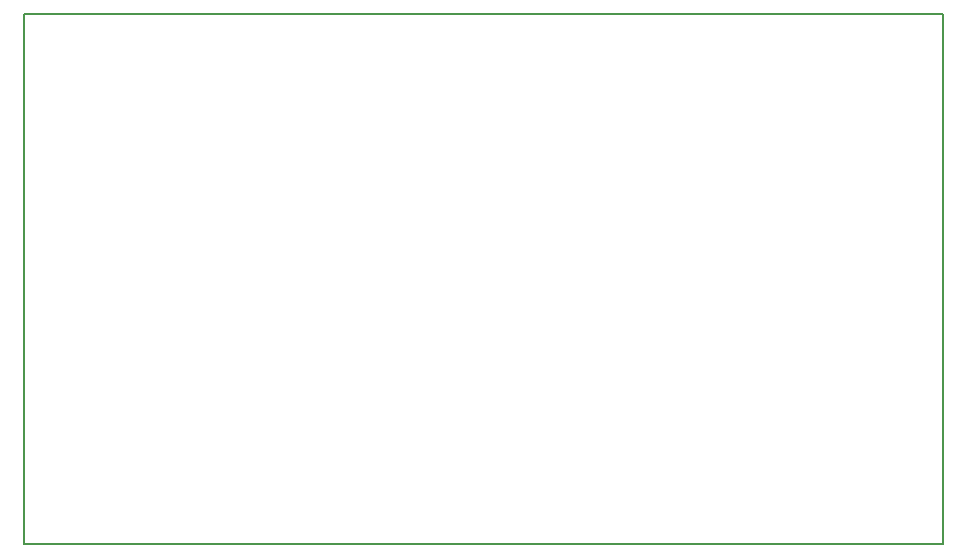
<source format=gbo>
G04 MADE WITH FRITZING*
G04 WWW.FRITZING.ORG*
G04 DOUBLE SIDED*
G04 HOLES PLATED*
G04 CONTOUR ON CENTER OF CONTOUR VECTOR*
%ASAXBY*%
%FSLAX23Y23*%
%MOIN*%
%OFA0B0*%
%SFA1.0B1.0*%
%ADD10R,3.070870X1.771650X3.054870X1.755650*%
%ADD11C,0.008000*%
%LNSILK0*%
G90*
G70*
G54D11*
X4Y1768D02*
X3067Y1768D01*
X3067Y4D01*
X4Y4D01*
X4Y1768D01*
D02*
G04 End of Silk0*
M02*
</source>
